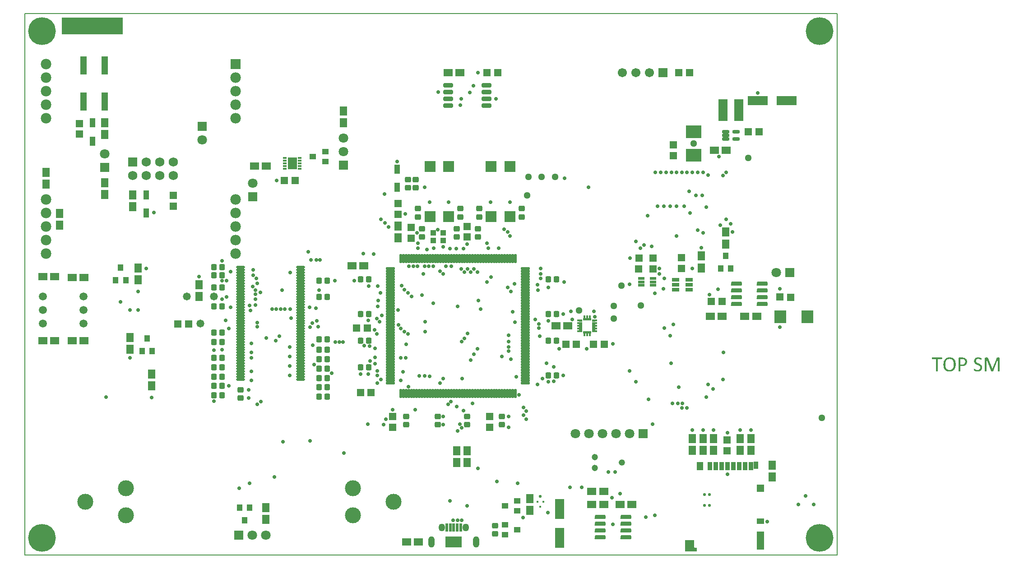
<source format=gts>
G04*
G04 #@! TF.GenerationSoftware,Altium Limited,Altium Designer,19.0.15 (446)*
G04*
G04 Layer_Color=12948958*
%FSLAX23Y23*%
%MOIN*%
G70*
G01*
G75*
%ADD15C,0.005*%
%ADD53R,0.058X0.030*%
%ADD54R,0.146X0.071*%
%ADD55R,0.071X0.146*%
%ADD56R,0.058X0.068*%
%ADD57R,0.068X0.058*%
%ADD58R,0.058X0.055*%
%ADD59R,0.043X0.039*%
G04:AMPARAMS|DCode=60|XSize=45mil|YSize=43mil|CornerRadius=8mil|HoleSize=0mil|Usage=FLASHONLY|Rotation=180.000|XOffset=0mil|YOffset=0mil|HoleType=Round|Shape=RoundedRectangle|*
%AMROUNDEDRECTD60*
21,1,0.045,0.027,0,0,180.0*
21,1,0.029,0.043,0,0,180.0*
1,1,0.016,-0.014,0.014*
1,1,0.016,0.014,0.014*
1,1,0.016,0.014,-0.014*
1,1,0.016,-0.014,-0.014*
%
%ADD60ROUNDEDRECTD60*%
%ADD61R,0.039X0.071*%
%ADD62R,0.079X0.079*%
G04:AMPARAMS|DCode=63|XSize=67mil|YSize=19mil|CornerRadius=5mil|HoleSize=0mil|Usage=FLASHONLY|Rotation=270.000|XOffset=0mil|YOffset=0mil|HoleType=Round|Shape=RoundedRectangle|*
%AMROUNDEDRECTD63*
21,1,0.067,0.008,0,0,270.0*
21,1,0.056,0.019,0,0,270.0*
1,1,0.011,-0.004,-0.028*
1,1,0.011,-0.004,0.028*
1,1,0.011,0.004,0.028*
1,1,0.011,0.004,-0.028*
%
%ADD63ROUNDEDRECTD63*%
G04:AMPARAMS|DCode=64|XSize=67mil|YSize=19mil|CornerRadius=5mil|HoleSize=0mil|Usage=FLASHONLY|Rotation=0.000|XOffset=0mil|YOffset=0mil|HoleType=Round|Shape=RoundedRectangle|*
%AMROUNDEDRECTD64*
21,1,0.067,0.008,0,0,0.0*
21,1,0.056,0.019,0,0,0.0*
1,1,0.011,0.028,-0.004*
1,1,0.011,-0.028,-0.004*
1,1,0.011,-0.028,0.004*
1,1,0.011,0.028,0.004*
%
%ADD64ROUNDEDRECTD64*%
G04:AMPARAMS|DCode=65|XSize=45mil|YSize=43mil|CornerRadius=8mil|HoleSize=0mil|Usage=FLASHONLY|Rotation=90.000|XOffset=0mil|YOffset=0mil|HoleType=Round|Shape=RoundedRectangle|*
%AMROUNDEDRECTD65*
21,1,0.045,0.027,0,0,90.0*
21,1,0.029,0.043,0,0,90.0*
1,1,0.016,0.014,0.014*
1,1,0.016,0.014,-0.014*
1,1,0.016,-0.014,-0.014*
1,1,0.016,-0.014,0.014*
%
%ADD65ROUNDEDRECTD65*%
%ADD66R,0.035X0.014*%
%ADD67R,0.014X0.035*%
%ADD68R,0.055X0.058*%
G04:AMPARAMS|DCode=69|XSize=65mil|YSize=19mil|CornerRadius=5mil|HoleSize=0mil|Usage=FLASHONLY|Rotation=0.000|XOffset=0mil|YOffset=0mil|HoleType=Round|Shape=RoundedRectangle|*
%AMROUNDEDRECTD69*
21,1,0.065,0.008,0,0,0.0*
21,1,0.054,0.019,0,0,0.0*
1,1,0.011,0.027,-0.004*
1,1,0.011,-0.027,-0.004*
1,1,0.011,-0.027,0.004*
1,1,0.011,0.027,0.004*
%
%ADD69ROUNDEDRECTD69*%
%ADD70R,0.122X0.083*%
%ADD71R,0.024X0.061*%
%ADD72R,0.045X0.043*%
%ADD73R,0.045X0.043*%
G04:AMPARAMS|DCode=74|XSize=83mil|YSize=30mil|CornerRadius=7mil|HoleSize=0mil|Usage=FLASHONLY|Rotation=180.000|XOffset=0mil|YOffset=0mil|HoleType=Round|Shape=RoundedRectangle|*
%AMROUNDEDRECTD74*
21,1,0.083,0.017,0,0,180.0*
21,1,0.070,0.030,0,0,180.0*
1,1,0.014,-0.035,0.008*
1,1,0.014,0.035,0.008*
1,1,0.014,0.035,-0.008*
1,1,0.014,-0.035,-0.008*
%
%ADD74ROUNDEDRECTD74*%
%ADD75R,0.043X0.045*%
%ADD76R,0.043X0.045*%
%ADD77R,0.059X0.075*%
%ADD78R,0.047X0.063*%
%ADD79R,0.036X0.063*%
%ADD80R,0.055X0.134*%
%ADD81R,0.055X0.055*%
%ADD82R,0.055X0.039*%
%ADD83R,0.036X0.055*%
%ADD84R,0.045X0.024*%
%ADD85R,0.088X0.098*%
G04:AMPARAMS|DCode=86|XSize=55mil|YSize=24mil|CornerRadius=8mil|HoleSize=0mil|Usage=FLASHONLY|Rotation=0.000|XOffset=0mil|YOffset=0mil|HoleType=Round|Shape=RoundedRectangle|*
%AMROUNDEDRECTD86*
21,1,0.055,0.008,0,0,0.0*
21,1,0.039,0.024,0,0,0.0*
1,1,0.016,0.019,-0.004*
1,1,0.016,-0.019,-0.004*
1,1,0.016,-0.019,0.004*
1,1,0.016,0.019,0.004*
%
%ADD86ROUNDEDRECTD86*%
%ADD87R,0.065X0.161*%
%ADD88R,0.116X0.093*%
G04:AMPARAMS|DCode=89|XSize=71mil|YSize=31mil|CornerRadius=7mil|HoleSize=0mil|Usage=FLASHONLY|Rotation=0.000|XOffset=0mil|YOffset=0mil|HoleType=Round|Shape=RoundedRectangle|*
%AMROUNDEDRECTD89*
21,1,0.071,0.017,0,0,0.0*
21,1,0.058,0.031,0,0,0.0*
1,1,0.014,0.029,-0.009*
1,1,0.014,-0.029,-0.009*
1,1,0.014,-0.029,0.009*
1,1,0.014,0.029,0.009*
%
%ADD89ROUNDEDRECTD89*%
%ADD90R,0.030X0.017*%
%ADD91R,0.071X0.087*%
%ADD92R,0.047X0.134*%
%ADD93C,0.051*%
%ADD94R,0.071X0.071*%
%ADD95C,0.071*%
%ADD96C,0.047*%
%ADD97O,0.047X0.047*%
%ADD98C,0.059*%
%ADD99C,0.058*%
%ADD100C,0.118*%
%ADD101C,0.015*%
%ADD102C,0.023*%
%ADD103O,0.047X0.083*%
%ADD104O,0.049X0.057*%
%ADD105R,0.067X0.067*%
%ADD106C,0.067*%
%ADD107R,0.071X0.071*%
%ADD108C,0.078*%
%ADD109R,0.078X0.078*%
%ADD110C,0.205*%
%ADD111C,0.068*%
%ADD112R,0.068X0.068*%
%ADD113C,0.028*%
G36*
X725Y3846D02*
X274D01*
Y3971D01*
X725D01*
Y3846D01*
D02*
G37*
G36*
X4184Y1733D02*
X4123D01*
Y1751D01*
X4184D01*
Y1733D01*
D02*
G37*
G36*
X4213Y1724D02*
X4191D01*
Y1742D01*
X4213D01*
Y1724D01*
D02*
G37*
G36*
X4116D02*
X4094D01*
Y1742D01*
X4116D01*
Y1724D01*
D02*
G37*
G36*
X4213Y1705D02*
X4191D01*
Y1722D01*
X4213D01*
Y1705D01*
D02*
G37*
G36*
X4116D02*
X4094D01*
Y1722D01*
X4116D01*
Y1705D01*
D02*
G37*
G36*
X4213Y1685D02*
X4191D01*
Y1703D01*
X4213D01*
Y1685D01*
D02*
G37*
G36*
X4116D02*
X4094D01*
Y1703D01*
X4116D01*
Y1685D01*
D02*
G37*
G36*
X4213Y1665D02*
X4191D01*
Y1683D01*
X4213D01*
Y1665D01*
D02*
G37*
G36*
X4116D02*
X4094D01*
Y1683D01*
X4116D01*
Y1665D01*
D02*
G37*
G36*
X4213Y1646D02*
X4191D01*
Y1663D01*
X4213D01*
Y1646D01*
D02*
G37*
G36*
X4116D02*
X4094D01*
Y1663D01*
X4116D01*
Y1646D01*
D02*
G37*
G36*
X4184Y1637D02*
X4123D01*
Y1655D01*
X4184D01*
Y1637D01*
D02*
G37*
G36*
X4945Y61D02*
X4951Y55D01*
X4965D01*
Y28D01*
X4878D01*
Y110D01*
X4945D01*
Y61D01*
D02*
G37*
G36*
X7047Y1461D02*
X7050Y1461D01*
X7050D01*
X7050Y1461D01*
X7051D01*
X7052Y1460D01*
X7054Y1460D01*
X7056Y1459D01*
X7056D01*
X7057Y1459D01*
X7057Y1459D01*
X7058Y1459D01*
X7060Y1458D01*
X7061Y1457D01*
X7062D01*
X7062Y1457D01*
X7063Y1456D01*
X7064Y1456D01*
X7065Y1455D01*
X7065Y1455D01*
X7065Y1455D01*
X7065Y1454D01*
X7065Y1454D01*
X7066Y1454D01*
X7066Y1453D01*
Y1453D01*
X7066Y1452D01*
Y1451D01*
Y1451D01*
X7066Y1451D01*
Y1450D01*
Y1449D01*
Y1449D01*
Y1448D01*
Y1447D01*
X7066Y1446D01*
Y1446D01*
X7066Y1446D01*
X7066Y1444D01*
Y1444D01*
X7066Y1444D01*
X7065Y1443D01*
X7065D01*
X7064Y1443D01*
X7064D01*
X7063Y1443D01*
X7063Y1444D01*
X7061Y1444D01*
X7061Y1444D01*
X7060Y1445D01*
X7059Y1446D01*
X7057Y1446D01*
X7057D01*
X7057Y1447D01*
X7056Y1447D01*
X7055Y1447D01*
X7053Y1448D01*
X7051Y1449D01*
X7051D01*
X7050Y1449D01*
X7049Y1449D01*
X7048Y1450D01*
X7047Y1450D01*
X7046Y1450D01*
X7043Y1450D01*
X7041D01*
X7040Y1450D01*
X7038Y1450D01*
X7035Y1449D01*
X7035D01*
X7035Y1449D01*
X7034Y1449D01*
X7033Y1448D01*
X7032Y1447D01*
X7030Y1446D01*
X7030Y1446D01*
X7029Y1445D01*
X7028Y1443D01*
X7027Y1442D01*
Y1441D01*
X7027Y1441D01*
X7027Y1441D01*
Y1440D01*
X7026Y1438D01*
X7026Y1436D01*
Y1436D01*
Y1435D01*
X7026Y1435D01*
Y1434D01*
X7027Y1431D01*
X7028Y1429D01*
X7028Y1429D01*
X7028Y1428D01*
X7029Y1428D01*
X7029Y1427D01*
X7031Y1425D01*
X7033Y1423D01*
X7033Y1423D01*
X7034Y1423D01*
X7034Y1422D01*
X7035Y1422D01*
X7036Y1421D01*
X7038Y1420D01*
X7041Y1419D01*
X7041D01*
X7041Y1419D01*
X7042Y1418D01*
X7043Y1418D01*
X7044Y1417D01*
X7046Y1417D01*
X7049Y1415D01*
X7049D01*
X7050Y1415D01*
X7051Y1414D01*
X7052Y1414D01*
X7053Y1413D01*
X7054Y1412D01*
X7057Y1411D01*
X7058Y1410D01*
X7058Y1410D01*
X7059Y1410D01*
X7060Y1409D01*
X7062Y1407D01*
X7065Y1405D01*
X7065Y1405D01*
X7065Y1404D01*
X7066Y1404D01*
X7067Y1403D01*
X7068Y1402D01*
X7069Y1400D01*
X7070Y1397D01*
X7070Y1397D01*
X7071Y1397D01*
X7071Y1396D01*
X7071Y1394D01*
X7072Y1393D01*
X7072Y1391D01*
X7072Y1389D01*
Y1387D01*
Y1386D01*
Y1385D01*
X7072Y1384D01*
X7072Y1383D01*
X7072Y1380D01*
X7071Y1378D01*
X7070Y1376D01*
X7070Y1374D01*
X7069Y1374D01*
X7069Y1373D01*
X7068Y1372D01*
X7068Y1371D01*
X7067Y1369D01*
X7065Y1368D01*
X7064Y1366D01*
X7062Y1364D01*
X7062Y1364D01*
X7061Y1364D01*
X7060Y1363D01*
X7059Y1362D01*
X7057Y1361D01*
X7055Y1360D01*
X7053Y1360D01*
X7051Y1359D01*
X7051D01*
X7050Y1358D01*
X7049Y1358D01*
X7047Y1358D01*
X7045Y1357D01*
X7043Y1357D01*
X7040Y1357D01*
X7036D01*
X7034Y1357D01*
X7033D01*
X7031Y1357D01*
X7028Y1358D01*
X7028D01*
X7027Y1358D01*
X7026Y1358D01*
X7025Y1358D01*
X7023Y1359D01*
X7020Y1360D01*
X7020D01*
X7020Y1360D01*
X7019Y1360D01*
X7018Y1360D01*
X7016Y1361D01*
X7014Y1362D01*
X7014D01*
X7014Y1362D01*
X7013Y1363D01*
X7012Y1364D01*
X7011Y1365D01*
X7011Y1365D01*
X7011Y1365D01*
X7010Y1366D01*
X7010Y1367D01*
Y1367D01*
X7010Y1368D01*
X7010Y1369D01*
Y1371D01*
Y1371D01*
Y1372D01*
Y1373D01*
Y1374D01*
Y1374D01*
X7010Y1374D01*
X7010Y1375D01*
X7010Y1376D01*
Y1376D01*
X7010Y1376D01*
X7011Y1377D01*
X7011D01*
X7011Y1377D01*
X7012Y1377D01*
X7012D01*
X7013Y1377D01*
X7014Y1376D01*
X7015Y1376D01*
X7015D01*
X7015Y1375D01*
X7016Y1375D01*
X7018Y1374D01*
X7020Y1373D01*
X7020D01*
X7021Y1372D01*
X7021Y1372D01*
X7022Y1372D01*
X7023Y1371D01*
X7025Y1371D01*
X7028Y1370D01*
X7028D01*
X7029Y1370D01*
X7030Y1369D01*
X7031Y1369D01*
X7032Y1369D01*
X7034Y1369D01*
X7036Y1368D01*
X7040D01*
X7041Y1369D01*
X7043Y1369D01*
X7046Y1370D01*
X7046D01*
X7047Y1370D01*
X7047Y1370D01*
X7048Y1370D01*
X7050Y1371D01*
X7052Y1373D01*
X7053Y1373D01*
X7053Y1373D01*
X7054Y1374D01*
X7055Y1376D01*
X7057Y1378D01*
Y1378D01*
X7057Y1379D01*
X7057Y1379D01*
X7057Y1380D01*
X7058Y1381D01*
X7058Y1383D01*
X7058Y1385D01*
Y1385D01*
Y1386D01*
X7058Y1387D01*
Y1388D01*
X7057Y1390D01*
X7057Y1391D01*
X7056Y1393D01*
Y1393D01*
X7056Y1393D01*
X7055Y1394D01*
X7055Y1395D01*
X7053Y1396D01*
X7051Y1398D01*
X7051Y1398D01*
X7050Y1398D01*
X7049Y1399D01*
X7049Y1399D01*
X7048Y1400D01*
X7046Y1401D01*
X7043Y1402D01*
X7043Y1402D01*
X7043Y1403D01*
X7042Y1403D01*
X7041Y1403D01*
X7039Y1404D01*
X7038Y1405D01*
X7035Y1406D01*
X7035Y1406D01*
X7034Y1407D01*
X7033Y1407D01*
X7032Y1407D01*
X7031Y1408D01*
X7030Y1409D01*
X7027Y1411D01*
X7026Y1411D01*
X7026Y1411D01*
X7025Y1411D01*
X7024Y1412D01*
X7022Y1414D01*
X7019Y1416D01*
X7019Y1417D01*
X7019Y1417D01*
X7018Y1418D01*
X7017Y1419D01*
X7017Y1420D01*
X7016Y1421D01*
X7014Y1424D01*
Y1424D01*
X7014Y1425D01*
X7014Y1426D01*
X7013Y1427D01*
X7013Y1429D01*
X7012Y1430D01*
X7012Y1433D01*
X7012Y1435D01*
Y1435D01*
Y1436D01*
X7012Y1437D01*
X7012Y1439D01*
X7013Y1440D01*
X7013Y1442D01*
X7014Y1444D01*
X7014Y1446D01*
X7014Y1446D01*
X7015Y1447D01*
X7015Y1448D01*
X7016Y1449D01*
X7017Y1450D01*
X7018Y1452D01*
X7021Y1454D01*
X7021Y1455D01*
X7021Y1455D01*
X7022Y1456D01*
X7023Y1456D01*
X7025Y1457D01*
X7027Y1458D01*
X7029Y1459D01*
X7031Y1460D01*
X7031D01*
X7032Y1460D01*
X7033Y1460D01*
X7034Y1461D01*
X7036Y1461D01*
X7038Y1461D01*
X7041Y1462D01*
X7045D01*
X7047Y1461D01*
D02*
G37*
G36*
X7198Y1460D02*
X7199Y1460D01*
X7199D01*
X7199Y1459D01*
X7200Y1459D01*
X7201Y1458D01*
X7201Y1458D01*
X7201Y1458D01*
X7201Y1457D01*
X7202Y1457D01*
X7202Y1456D01*
X7202Y1456D01*
X7202Y1455D01*
Y1454D01*
Y1360D01*
Y1360D01*
X7202Y1359D01*
X7202Y1359D01*
X7201Y1359D01*
X7201Y1358D01*
X7201D01*
X7200Y1358D01*
X7200D01*
X7199Y1358D01*
X7198D01*
X7198Y1358D01*
X7197Y1358D01*
X7194D01*
X7193Y1358D01*
X7192Y1358D01*
X7192D01*
X7191Y1358D01*
X7191D01*
X7190Y1358D01*
X7190D01*
X7190Y1359D01*
X7189Y1359D01*
Y1359D01*
Y1359D01*
X7189Y1360D01*
Y1449D01*
X7189D01*
X7153Y1360D01*
X7152Y1359D01*
X7152Y1359D01*
X7151Y1359D01*
X7151Y1358D01*
X7151Y1358D01*
X7150D01*
X7150Y1358D01*
X7149D01*
X7149Y1358D01*
X7148D01*
X7147Y1358D01*
X7144D01*
X7143Y1358D01*
X7143D01*
X7142Y1358D01*
X7141Y1358D01*
X7141D01*
X7141Y1358D01*
X7140Y1359D01*
Y1359D01*
X7140Y1359D01*
X7139Y1360D01*
X7105Y1449D01*
Y1360D01*
Y1360D01*
X7105Y1359D01*
X7104Y1359D01*
X7104Y1359D01*
X7103Y1358D01*
X7103D01*
X7103Y1358D01*
X7102D01*
X7101Y1358D01*
X7101D01*
X7100Y1358D01*
X7099Y1358D01*
X7097D01*
X7096Y1358D01*
X7095Y1358D01*
X7095D01*
X7094Y1358D01*
X7093D01*
X7093Y1358D01*
X7093D01*
X7092Y1359D01*
X7092Y1359D01*
Y1359D01*
Y1359D01*
X7092Y1360D01*
Y1454D01*
Y1454D01*
Y1454D01*
X7092Y1455D01*
Y1456D01*
X7092Y1457D01*
X7093Y1459D01*
X7094Y1459D01*
X7094Y1459D01*
X7096Y1460D01*
X7097Y1460D01*
X7107D01*
X7108Y1460D01*
X7110Y1460D01*
X7110D01*
X7110Y1459D01*
X7111Y1459D01*
X7112Y1459D01*
X7113Y1458D01*
X7113Y1458D01*
X7114Y1457D01*
X7115Y1456D01*
X7116Y1455D01*
X7116Y1455D01*
X7116Y1454D01*
X7117Y1453D01*
X7117Y1452D01*
X7147Y1378D01*
X7147D01*
X7177Y1452D01*
Y1452D01*
X7177Y1452D01*
X7178Y1453D01*
X7178Y1454D01*
X7179Y1456D01*
X7179Y1456D01*
X7180Y1456D01*
X7181Y1457D01*
X7181Y1458D01*
X7182Y1458D01*
X7182Y1459D01*
X7183Y1459D01*
X7184Y1460D01*
X7184Y1460D01*
X7185Y1460D01*
X7186Y1460D01*
X7197D01*
X7198Y1460D01*
D02*
G37*
G36*
X6929D02*
X6931Y1460D01*
X6932D01*
X6932Y1460D01*
X6933Y1459D01*
X6934Y1459D01*
X6935Y1459D01*
X6938Y1458D01*
X6938D01*
X6939Y1458D01*
X6940Y1458D01*
X6941Y1458D01*
X6942Y1457D01*
X6944Y1457D01*
X6947Y1455D01*
X6947Y1455D01*
X6947Y1455D01*
X6948Y1454D01*
X6949Y1454D01*
X6952Y1452D01*
X6954Y1449D01*
X6954Y1449D01*
X6955Y1448D01*
X6955Y1448D01*
X6956Y1447D01*
X6957Y1445D01*
X6957Y1444D01*
X6959Y1441D01*
Y1440D01*
X6959Y1440D01*
X6959Y1439D01*
X6960Y1438D01*
X6960Y1436D01*
X6960Y1434D01*
X6960Y1430D01*
Y1430D01*
Y1429D01*
X6960Y1428D01*
X6960Y1426D01*
X6960Y1423D01*
X6959Y1421D01*
X6959Y1419D01*
X6958Y1416D01*
X6958Y1416D01*
X6957Y1415D01*
X6957Y1414D01*
X6956Y1413D01*
X6955Y1411D01*
X6954Y1409D01*
X6952Y1407D01*
X6951Y1406D01*
X6950Y1406D01*
X6950Y1405D01*
X6949Y1404D01*
X6947Y1403D01*
X6946Y1402D01*
X6944Y1401D01*
X6941Y1400D01*
X6939Y1399D01*
X6938D01*
X6938Y1399D01*
X6936Y1398D01*
X6934Y1398D01*
X6932Y1398D01*
X6929Y1397D01*
X6926Y1397D01*
X6923Y1397D01*
X6911D01*
Y1360D01*
Y1360D01*
X6911Y1359D01*
X6910Y1359D01*
X6910Y1359D01*
X6910Y1358D01*
X6909D01*
X6909Y1358D01*
X6908D01*
X6908Y1358D01*
X6907D01*
X6907Y1358D01*
X6906Y1358D01*
X6903D01*
X6902Y1358D01*
X6901Y1358D01*
X6901D01*
X6900Y1358D01*
X6899Y1358D01*
X6899D01*
X6899Y1359D01*
X6898Y1359D01*
Y1359D01*
Y1359D01*
X6898Y1360D01*
Y1454D01*
Y1454D01*
Y1455D01*
X6898Y1456D01*
X6898Y1457D01*
X6899Y1459D01*
X6900Y1459D01*
X6900Y1459D01*
X6902Y1460D01*
X6903Y1460D01*
X6927D01*
X6929Y1460D01*
D02*
G37*
G36*
X6775Y1460D02*
X6775D01*
X6775Y1460D01*
X6775Y1459D01*
Y1458D01*
X6776Y1458D01*
X6776Y1458D01*
X6776Y1457D01*
Y1457D01*
X6776Y1456D01*
Y1455D01*
Y1454D01*
Y1454D01*
Y1453D01*
Y1452D01*
X6776Y1452D01*
Y1451D01*
X6776Y1451D01*
X6775Y1450D01*
X6775Y1449D01*
X6775Y1449D01*
X6774D01*
X6773Y1449D01*
X6745D01*
Y1360D01*
Y1360D01*
X6744Y1359D01*
X6744Y1359D01*
X6744Y1359D01*
X6743Y1358D01*
X6743D01*
X6743Y1358D01*
X6742D01*
X6741Y1358D01*
X6741D01*
X6740Y1358D01*
X6739Y1358D01*
X6737D01*
X6736Y1358D01*
X6735Y1358D01*
X6735D01*
X6734Y1358D01*
X6733Y1358D01*
X6732D01*
X6732Y1359D01*
X6732Y1359D01*
Y1359D01*
Y1359D01*
X6731Y1360D01*
Y1449D01*
X6702D01*
X6701Y1449D01*
X6701Y1449D01*
X6701Y1450D01*
Y1450D01*
X6700Y1450D01*
Y1451D01*
X6700Y1452D01*
Y1452D01*
Y1452D01*
X6700Y1453D01*
Y1454D01*
Y1454D01*
Y1455D01*
Y1456D01*
X6700Y1457D01*
Y1457D01*
X6700Y1458D01*
X6701Y1459D01*
Y1459D01*
X6701Y1459D01*
X6701Y1460D01*
X6702D01*
X6702Y1460D01*
X6703Y1460D01*
X6774D01*
X6775Y1460D01*
D02*
G37*
G36*
X6836Y1461D02*
X6838Y1461D01*
X6842Y1461D01*
X6845Y1460D01*
X6848Y1459D01*
X6851Y1458D01*
X6852D01*
X6852Y1458D01*
X6853Y1458D01*
X6854Y1457D01*
X6856Y1456D01*
X6859Y1454D01*
X6861Y1452D01*
X6863Y1450D01*
X6865Y1448D01*
X6865Y1448D01*
X6866Y1447D01*
X6867Y1446D01*
X6868Y1444D01*
X6870Y1441D01*
X6871Y1439D01*
X6873Y1436D01*
X6874Y1432D01*
Y1432D01*
X6874Y1432D01*
Y1431D01*
X6874Y1430D01*
X6874Y1430D01*
X6875Y1428D01*
X6875Y1426D01*
X6875Y1423D01*
X6876Y1419D01*
X6876Y1415D01*
X6876Y1410D01*
Y1410D01*
Y1410D01*
Y1409D01*
Y1408D01*
Y1407D01*
X6876Y1406D01*
X6876Y1403D01*
X6876Y1399D01*
X6875Y1396D01*
X6874Y1392D01*
X6873Y1388D01*
Y1388D01*
X6873Y1388D01*
X6873Y1387D01*
X6873Y1386D01*
X6872Y1385D01*
X6871Y1382D01*
X6870Y1380D01*
X6869Y1377D01*
X6867Y1374D01*
X6865Y1371D01*
X6865Y1371D01*
X6864Y1370D01*
X6862Y1369D01*
X6861Y1367D01*
X6859Y1366D01*
X6856Y1364D01*
X6853Y1362D01*
X6850Y1360D01*
X6850D01*
X6850Y1360D01*
X6849Y1360D01*
X6849Y1360D01*
X6847Y1359D01*
X6844Y1359D01*
X6841Y1358D01*
X6838Y1357D01*
X6834Y1357D01*
X6830Y1357D01*
X6828D01*
X6827Y1357D01*
X6826D01*
X6823Y1357D01*
X6820Y1358D01*
X6816Y1358D01*
X6813Y1359D01*
X6810Y1360D01*
X6810Y1360D01*
X6808Y1361D01*
X6807Y1362D01*
X6805Y1363D01*
X6803Y1364D01*
X6801Y1366D01*
X6798Y1368D01*
X6796Y1370D01*
X6796Y1370D01*
X6795Y1371D01*
X6794Y1373D01*
X6793Y1375D01*
X6792Y1377D01*
X6790Y1380D01*
X6789Y1383D01*
X6788Y1386D01*
Y1387D01*
X6788Y1387D01*
Y1387D01*
X6787Y1388D01*
X6787Y1389D01*
X6787Y1390D01*
X6787Y1393D01*
X6786Y1396D01*
X6786Y1400D01*
X6785Y1404D01*
X6785Y1409D01*
Y1409D01*
Y1409D01*
Y1410D01*
Y1411D01*
Y1412D01*
X6785Y1413D01*
X6786Y1416D01*
X6786Y1419D01*
X6786Y1423D01*
X6787Y1427D01*
X6788Y1430D01*
Y1431D01*
X6788Y1431D01*
X6788Y1431D01*
X6789Y1432D01*
X6789Y1434D01*
X6790Y1436D01*
X6791Y1439D01*
X6793Y1442D01*
X6795Y1444D01*
X6797Y1447D01*
X6797Y1447D01*
X6798Y1448D01*
X6799Y1449D01*
X6801Y1451D01*
X6803Y1453D01*
X6805Y1454D01*
X6808Y1456D01*
X6811Y1458D01*
X6812D01*
X6812Y1458D01*
X6812Y1458D01*
X6813Y1458D01*
X6815Y1459D01*
X6817Y1460D01*
X6820Y1460D01*
X6824Y1461D01*
X6828Y1461D01*
X6832Y1462D01*
X6834D01*
X6836Y1461D01*
D02*
G37*
%LPC*%
G36*
X6924Y1449D02*
X6911D01*
Y1408D01*
X6926D01*
X6927Y1408D01*
X6929Y1408D01*
X6930Y1409D01*
X6932Y1409D01*
X6934Y1409D01*
X6934D01*
X6934Y1410D01*
X6935Y1410D01*
X6936Y1411D01*
X6938Y1412D01*
X6940Y1414D01*
X6941Y1414D01*
X6941Y1414D01*
X6941Y1415D01*
X6942Y1416D01*
X6943Y1418D01*
X6945Y1421D01*
Y1421D01*
X6945Y1421D01*
X6945Y1422D01*
X6945Y1423D01*
X6946Y1424D01*
X6946Y1426D01*
X6946Y1429D01*
Y1430D01*
Y1430D01*
X6946Y1431D01*
X6946Y1433D01*
X6946Y1434D01*
X6945Y1436D01*
X6945Y1438D01*
X6944Y1440D01*
X6944Y1440D01*
X6943Y1440D01*
X6943Y1441D01*
X6942Y1442D01*
X6940Y1444D01*
X6939Y1445D01*
X6938Y1446D01*
X6938Y1446D01*
X6937Y1446D01*
X6937Y1446D01*
X6936Y1447D01*
X6934Y1448D01*
X6931Y1448D01*
X6931D01*
X6930Y1448D01*
X6930D01*
X6929Y1449D01*
X6926Y1449D01*
X6924Y1449D01*
D02*
G37*
G36*
X6831Y1450D02*
X6830D01*
X6828Y1450D01*
X6826Y1450D01*
X6824Y1449D01*
X6821Y1448D01*
X6819Y1448D01*
X6816Y1446D01*
X6816Y1446D01*
X6815Y1446D01*
X6814Y1445D01*
X6813Y1444D01*
X6811Y1443D01*
X6810Y1441D01*
X6808Y1440D01*
X6806Y1438D01*
X6806Y1438D01*
X6806Y1437D01*
X6805Y1436D01*
X6804Y1434D01*
X6803Y1432D01*
X6803Y1430D01*
X6802Y1428D01*
X6801Y1425D01*
Y1424D01*
X6801Y1423D01*
X6801Y1422D01*
X6800Y1420D01*
X6800Y1418D01*
X6800Y1415D01*
X6800Y1412D01*
Y1409D01*
Y1409D01*
Y1409D01*
Y1408D01*
Y1406D01*
X6800Y1404D01*
X6800Y1401D01*
X6800Y1399D01*
X6801Y1393D01*
Y1393D01*
X6801Y1392D01*
X6802Y1390D01*
X6802Y1389D01*
X6803Y1387D01*
X6804Y1384D01*
X6805Y1382D01*
X6806Y1380D01*
X6806Y1380D01*
X6807Y1379D01*
X6807Y1378D01*
X6809Y1377D01*
X6810Y1375D01*
X6812Y1374D01*
X6814Y1373D01*
X6816Y1371D01*
X6816Y1371D01*
X6817Y1371D01*
X6818Y1370D01*
X6820Y1370D01*
X6822Y1369D01*
X6824Y1369D01*
X6827Y1369D01*
X6830Y1368D01*
X6832D01*
X6834Y1369D01*
X6836Y1369D01*
X6838Y1369D01*
X6840Y1370D01*
X6843Y1371D01*
X6845Y1372D01*
X6846Y1372D01*
X6846Y1372D01*
X6847Y1373D01*
X6849Y1374D01*
X6850Y1375D01*
X6852Y1377D01*
X6854Y1378D01*
X6855Y1380D01*
X6855Y1381D01*
X6856Y1382D01*
X6856Y1383D01*
X6857Y1384D01*
X6858Y1386D01*
X6859Y1388D01*
X6860Y1391D01*
X6860Y1394D01*
Y1394D01*
X6861Y1395D01*
X6861Y1396D01*
X6861Y1398D01*
X6861Y1401D01*
X6862Y1403D01*
X6862Y1406D01*
Y1409D01*
Y1409D01*
Y1410D01*
Y1411D01*
Y1412D01*
X6862Y1415D01*
X6862Y1417D01*
X6861Y1420D01*
X6860Y1425D01*
Y1426D01*
X6860Y1427D01*
X6860Y1428D01*
X6859Y1430D01*
X6859Y1432D01*
X6858Y1434D01*
X6857Y1436D01*
X6855Y1438D01*
X6855Y1438D01*
X6855Y1439D01*
X6854Y1440D01*
X6853Y1441D01*
X6851Y1443D01*
X6850Y1444D01*
X6848Y1446D01*
X6846Y1447D01*
X6846Y1447D01*
X6845Y1447D01*
X6843Y1448D01*
X6842Y1448D01*
X6840Y1449D01*
X6837Y1449D01*
X6834Y1450D01*
X6831Y1450D01*
D02*
G37*
%LPD*%
D15*
X0Y0D02*
Y4000D01*
X6000D01*
Y0D02*
Y4000D01*
X0Y0D02*
X6000D01*
D53*
X4807Y2035D02*
D03*
Y1998D02*
D03*
Y1961D02*
D03*
X4909D02*
D03*
Y1998D02*
D03*
Y2035D02*
D03*
D54*
X5628Y3356D02*
D03*
X5415D02*
D03*
D55*
X3951Y128D02*
D03*
Y341D02*
D03*
D56*
X157Y2742D02*
D03*
Y2829D02*
D03*
X256Y2524D02*
D03*
Y2437D02*
D03*
X5089Y773D02*
D03*
Y861D02*
D03*
X5012Y773D02*
D03*
Y861D02*
D03*
X5285Y773D02*
D03*
Y861D02*
D03*
X5364Y773D02*
D03*
Y861D02*
D03*
X4931Y773D02*
D03*
Y861D02*
D03*
X3269Y685D02*
D03*
Y772D02*
D03*
X3190D02*
D03*
Y685D02*
D03*
X2756Y2431D02*
D03*
Y2343D02*
D03*
X3730Y330D02*
D03*
Y418D02*
D03*
X1781Y352D02*
D03*
Y265D02*
D03*
X5522Y664D02*
D03*
Y576D02*
D03*
X4998Y2122D02*
D03*
Y2210D02*
D03*
X5177Y2299D02*
D03*
Y2386D02*
D03*
X778Y1609D02*
D03*
Y1521D02*
D03*
X837Y2121D02*
D03*
Y2033D02*
D03*
X1289Y1911D02*
D03*
Y1999D02*
D03*
X2354Y3282D02*
D03*
Y3194D02*
D03*
X591Y3106D02*
D03*
Y3193D02*
D03*
Y2663D02*
D03*
Y2750D02*
D03*
X799Y2574D02*
D03*
Y2662D02*
D03*
X937Y1251D02*
D03*
Y1339D02*
D03*
D57*
X3126Y3563D02*
D03*
X3213D02*
D03*
X4012Y1693D02*
D03*
X3925D02*
D03*
X2417Y2136D02*
D03*
X2504D02*
D03*
X2820Y98D02*
D03*
X2908D02*
D03*
X4189Y472D02*
D03*
X4276D02*
D03*
X4189Y374D02*
D03*
X4276D02*
D03*
X4396D02*
D03*
X4484D02*
D03*
X5063Y1764D02*
D03*
X5151D02*
D03*
X5318D02*
D03*
X5406D02*
D03*
X350Y1585D02*
D03*
X437D02*
D03*
X133Y1585D02*
D03*
X221D02*
D03*
X133Y2057D02*
D03*
X221D02*
D03*
X350Y2051D02*
D03*
X437D02*
D03*
X5094Y2992D02*
D03*
X5182D02*
D03*
X1784Y2874D02*
D03*
X1696D02*
D03*
D58*
X2756Y2599D02*
D03*
X2756Y2519D02*
D03*
X3268Y2350D02*
D03*
X3268Y2429D02*
D03*
X2854Y2422D02*
D03*
X2854Y2342D02*
D03*
X3435Y945D02*
D03*
X3435Y1024D02*
D03*
X2717Y1024D02*
D03*
X2716Y945D02*
D03*
X5189Y851D02*
D03*
X5189Y771D02*
D03*
X4852Y2199D02*
D03*
X4852Y2119D02*
D03*
X4642Y2114D02*
D03*
X4642Y2193D02*
D03*
X4536Y2193D02*
D03*
X4535Y2114D02*
D03*
X4791Y3032D02*
D03*
X4791Y2952D02*
D03*
X403Y3110D02*
D03*
X404Y3189D02*
D03*
X1098Y2578D02*
D03*
X1098Y2658D02*
D03*
D59*
X3019Y2324D02*
D03*
Y2381D02*
D03*
X3092Y2324D02*
D03*
Y2381D02*
D03*
D60*
X3346Y2352D02*
D03*
Y2412D02*
D03*
X3191Y2351D02*
D03*
Y2411D02*
D03*
X2933Y2352D02*
D03*
Y2412D02*
D03*
X2830Y2714D02*
D03*
Y2774D02*
D03*
X2889Y2714D02*
D03*
Y2774D02*
D03*
X2904Y2499D02*
D03*
Y2560D02*
D03*
X3219Y2499D02*
D03*
Y2560D02*
D03*
X3356Y2499D02*
D03*
Y2560D02*
D03*
X3671Y2499D02*
D03*
Y2560D02*
D03*
X3524Y1024D02*
D03*
Y964D02*
D03*
X3268Y1024D02*
D03*
Y964D02*
D03*
X3051Y1024D02*
D03*
Y964D02*
D03*
X2816Y1024D02*
D03*
Y964D02*
D03*
X1595Y1221D02*
D03*
Y1161D02*
D03*
X3474Y157D02*
D03*
Y217D02*
D03*
D61*
X2752Y2717D02*
D03*
Y2850D02*
D03*
X502Y3059D02*
D03*
Y3193D02*
D03*
X898Y2661D02*
D03*
Y2528D02*
D03*
D62*
X3583Y2872D02*
D03*
Y2502D02*
D03*
X3445Y2872D02*
D03*
Y2502D02*
D03*
X3131Y2870D02*
D03*
Y2500D02*
D03*
X2993Y2870D02*
D03*
Y2500D02*
D03*
D63*
X3623Y1194D02*
D03*
X3604D02*
D03*
X3584D02*
D03*
X3564D02*
D03*
X3544D02*
D03*
X3525D02*
D03*
X3505D02*
D03*
X3485D02*
D03*
X3466D02*
D03*
X3446D02*
D03*
X3426D02*
D03*
X3407D02*
D03*
X3387D02*
D03*
X3367D02*
D03*
X3348D02*
D03*
X3328D02*
D03*
X3308D02*
D03*
X3289D02*
D03*
X3269D02*
D03*
X3249D02*
D03*
X3230D02*
D03*
X3210D02*
D03*
X3190D02*
D03*
X3170D02*
D03*
X3151D02*
D03*
X3131D02*
D03*
X3111D02*
D03*
X3092D02*
D03*
X3072D02*
D03*
X3052D02*
D03*
X3033D02*
D03*
X3013D02*
D03*
X2993D02*
D03*
X2974D02*
D03*
X2954D02*
D03*
X2934D02*
D03*
X2915D02*
D03*
X2895D02*
D03*
X2875D02*
D03*
X2856D02*
D03*
X2836D02*
D03*
X2816D02*
D03*
X2796D02*
D03*
X2777D02*
D03*
Y2192D02*
D03*
X2796D02*
D03*
X2816D02*
D03*
X2836D02*
D03*
X2856D02*
D03*
X2875D02*
D03*
X2895D02*
D03*
X2915D02*
D03*
X2934D02*
D03*
X2954D02*
D03*
X2974D02*
D03*
X2993D02*
D03*
X3013D02*
D03*
X3033D02*
D03*
X3052D02*
D03*
X3072D02*
D03*
X3092D02*
D03*
X3111D02*
D03*
X3131D02*
D03*
X3151D02*
D03*
X3170D02*
D03*
X3190D02*
D03*
X3210D02*
D03*
X3230D02*
D03*
X3249D02*
D03*
X3269D02*
D03*
X3289D02*
D03*
X3308D02*
D03*
X3328D02*
D03*
X3348D02*
D03*
X3367D02*
D03*
X3387D02*
D03*
X3407D02*
D03*
X3426D02*
D03*
X3446D02*
D03*
X3466D02*
D03*
X3485D02*
D03*
X3505D02*
D03*
X3525D02*
D03*
X3544D02*
D03*
X3564D02*
D03*
X3584D02*
D03*
X3604D02*
D03*
X3623D02*
D03*
D64*
X3699Y2117D02*
D03*
Y2097D02*
D03*
Y2077D02*
D03*
Y2057D02*
D03*
Y2038D02*
D03*
Y2018D02*
D03*
Y1998D02*
D03*
Y1979D02*
D03*
Y1959D02*
D03*
Y1939D02*
D03*
Y1920D02*
D03*
Y1900D02*
D03*
Y1880D02*
D03*
Y1861D02*
D03*
Y1841D02*
D03*
Y1821D02*
D03*
Y1802D02*
D03*
Y1782D02*
D03*
Y1762D02*
D03*
Y1743D02*
D03*
Y1723D02*
D03*
Y1703D02*
D03*
Y1683D02*
D03*
Y1664D02*
D03*
Y1644D02*
D03*
Y1624D02*
D03*
Y1605D02*
D03*
Y1585D02*
D03*
Y1565D02*
D03*
Y1546D02*
D03*
Y1526D02*
D03*
Y1506D02*
D03*
Y1487D02*
D03*
Y1467D02*
D03*
Y1447D02*
D03*
Y1428D02*
D03*
Y1408D02*
D03*
Y1388D02*
D03*
Y1369D02*
D03*
Y1349D02*
D03*
Y1329D02*
D03*
Y1309D02*
D03*
Y1290D02*
D03*
Y1270D02*
D03*
X2701D02*
D03*
Y1290D02*
D03*
Y1309D02*
D03*
Y1329D02*
D03*
Y1349D02*
D03*
Y1369D02*
D03*
Y1388D02*
D03*
Y1408D02*
D03*
Y1428D02*
D03*
Y1447D02*
D03*
Y1467D02*
D03*
Y1487D02*
D03*
Y1506D02*
D03*
Y1526D02*
D03*
Y1546D02*
D03*
Y1565D02*
D03*
Y1585D02*
D03*
Y1605D02*
D03*
Y1624D02*
D03*
Y1644D02*
D03*
Y1664D02*
D03*
Y1683D02*
D03*
Y1703D02*
D03*
Y1723D02*
D03*
Y1743D02*
D03*
Y1762D02*
D03*
Y1782D02*
D03*
Y1802D02*
D03*
Y1821D02*
D03*
Y1841D02*
D03*
Y1861D02*
D03*
Y1880D02*
D03*
Y1900D02*
D03*
Y1920D02*
D03*
Y1939D02*
D03*
Y1959D02*
D03*
Y1979D02*
D03*
Y1998D02*
D03*
Y2018D02*
D03*
Y2038D02*
D03*
Y2057D02*
D03*
Y2077D02*
D03*
Y2097D02*
D03*
Y2117D02*
D03*
D65*
X3867Y2038D02*
D03*
X3928D02*
D03*
X3867Y1781D02*
D03*
X3928D02*
D03*
X3867Y1585D02*
D03*
X3928D02*
D03*
X3867Y1329D02*
D03*
X3928D02*
D03*
X2540Y1585D02*
D03*
X2480D02*
D03*
X2540Y1388D02*
D03*
X2480D02*
D03*
X2540Y1782D02*
D03*
X2480D02*
D03*
X2540Y2038D02*
D03*
X2480D02*
D03*
X2174Y1171D02*
D03*
X2235D02*
D03*
X2174Y1594D02*
D03*
X2235D02*
D03*
X2174Y1516D02*
D03*
X2235D02*
D03*
X2174Y1447D02*
D03*
X2235D02*
D03*
X2174Y1378D02*
D03*
X2235D02*
D03*
X2174Y1309D02*
D03*
X2235D02*
D03*
X2174Y1240D02*
D03*
X2235D02*
D03*
X2174Y1909D02*
D03*
X2235D02*
D03*
X2174Y2028D02*
D03*
X2235D02*
D03*
X1457Y2126D02*
D03*
X1397D02*
D03*
X1457Y1978D02*
D03*
X1397D02*
D03*
X1457Y1839D02*
D03*
X1397D02*
D03*
X1457Y1644D02*
D03*
X1397D02*
D03*
X1457Y1575D02*
D03*
X1397D02*
D03*
X1457Y1457D02*
D03*
X1397D02*
D03*
X1457Y1388D02*
D03*
X1397D02*
D03*
X1457Y1319D02*
D03*
X1397D02*
D03*
X1457Y1250D02*
D03*
X1397D02*
D03*
X1457Y1181D02*
D03*
X1397D02*
D03*
Y2067D02*
D03*
X1457D02*
D03*
D66*
X4096Y1655D02*
D03*
Y1674D02*
D03*
Y1694D02*
D03*
Y1714D02*
D03*
Y1733D02*
D03*
X4212Y1655D02*
D03*
X4211Y1674D02*
D03*
Y1694D02*
D03*
Y1714D02*
D03*
Y1733D02*
D03*
D67*
X4134Y1634D02*
D03*
X4154D02*
D03*
X4134Y1754D02*
D03*
X4154D02*
D03*
X4173D02*
D03*
Y1634D02*
D03*
D68*
X4282Y1559D02*
D03*
X4202Y1559D02*
D03*
X3996Y1559D02*
D03*
X4075Y1559D02*
D03*
X2480Y1201D02*
D03*
X2559Y1201D02*
D03*
X2530Y1679D02*
D03*
X2450Y1679D02*
D03*
X5071Y1874D02*
D03*
X5150Y1874D02*
D03*
X5658Y1905D02*
D03*
X5579Y1906D02*
D03*
X1132Y1708D02*
D03*
X1211Y1708D02*
D03*
X5424Y3126D02*
D03*
X5344Y3126D02*
D03*
X4910Y3563D02*
D03*
X4830Y3563D02*
D03*
X3494Y3563D02*
D03*
X3415Y3563D02*
D03*
X1996Y2766D02*
D03*
X1917Y2766D02*
D03*
D69*
X1595Y1358D02*
D03*
Y1398D02*
D03*
Y1378D02*
D03*
Y1299D02*
D03*
Y1339D02*
D03*
Y1319D02*
D03*
Y1634D02*
D03*
Y1476D02*
D03*
Y1417D02*
D03*
Y1457D02*
D03*
Y1437D02*
D03*
Y1516D02*
D03*
Y1496D02*
D03*
Y1535D02*
D03*
Y1575D02*
D03*
Y1555D02*
D03*
Y1594D02*
D03*
Y1654D02*
D03*
Y1614D02*
D03*
Y1693D02*
D03*
Y1673D02*
D03*
Y1791D02*
D03*
Y1831D02*
D03*
Y1811D02*
D03*
Y1713D02*
D03*
Y1752D02*
D03*
Y1732D02*
D03*
Y1909D02*
D03*
Y1850D02*
D03*
Y1890D02*
D03*
Y1870D02*
D03*
Y1969D02*
D03*
Y2008D02*
D03*
Y1988D02*
D03*
Y1772D02*
D03*
Y1949D02*
D03*
Y1929D02*
D03*
Y2106D02*
D03*
Y2126D02*
D03*
Y2047D02*
D03*
Y2028D02*
D03*
Y2087D02*
D03*
Y2067D02*
D03*
X2037Y1299D02*
D03*
Y1319D02*
D03*
Y1358D02*
D03*
Y1339D02*
D03*
Y1398D02*
D03*
Y1378D02*
D03*
Y1437D02*
D03*
Y1417D02*
D03*
Y1516D02*
D03*
Y1555D02*
D03*
Y1535D02*
D03*
Y1457D02*
D03*
Y1496D02*
D03*
Y1476D02*
D03*
Y1575D02*
D03*
Y1614D02*
D03*
Y1594D02*
D03*
Y1634D02*
D03*
Y1673D02*
D03*
Y1654D02*
D03*
Y2008D02*
D03*
Y2047D02*
D03*
Y2028D02*
D03*
Y1949D02*
D03*
Y1988D02*
D03*
Y1969D02*
D03*
Y2126D02*
D03*
Y2067D02*
D03*
Y2106D02*
D03*
Y2087D02*
D03*
Y1752D02*
D03*
Y1791D02*
D03*
Y1772D02*
D03*
Y1693D02*
D03*
Y1732D02*
D03*
Y1713D02*
D03*
Y1890D02*
D03*
Y1929D02*
D03*
Y1909D02*
D03*
Y1831D02*
D03*
Y1811D02*
D03*
Y1870D02*
D03*
Y1850D02*
D03*
D70*
X3169Y97D02*
D03*
D71*
X3144Y203D02*
D03*
X3118D02*
D03*
X3195D02*
D03*
X3169D02*
D03*
X3220D02*
D03*
D72*
X3546Y364D02*
D03*
X3639Y327D02*
D03*
X3639Y187D02*
D03*
X3546Y224D02*
D03*
X2128Y2945D02*
D03*
X2221Y2907D02*
D03*
D73*
X3639Y402D02*
D03*
X3546Y150D02*
D03*
X2221Y2982D02*
D03*
D74*
X4250Y281D02*
D03*
Y181D02*
D03*
Y131D02*
D03*
Y231D02*
D03*
X4440Y281D02*
D03*
Y231D02*
D03*
Y131D02*
D03*
Y181D02*
D03*
X5447Y1855D02*
D03*
Y1955D02*
D03*
Y2005D02*
D03*
Y1905D02*
D03*
X5257Y1855D02*
D03*
Y1905D02*
D03*
Y2005D02*
D03*
Y1955D02*
D03*
D75*
X1624Y259D02*
D03*
X1661Y351D02*
D03*
X5177Y2212D02*
D03*
X5140Y2119D02*
D03*
X904Y1601D02*
D03*
X867Y1509D02*
D03*
X709Y2123D02*
D03*
X671Y2031D02*
D03*
D76*
X1587Y351D02*
D03*
X5215Y2119D02*
D03*
X941Y1509D02*
D03*
X746Y2031D02*
D03*
D77*
X4911Y69D02*
D03*
D78*
X4986Y659D02*
D03*
D79*
X5278D02*
D03*
X5061D02*
D03*
X5104D02*
D03*
X5321D02*
D03*
X5234D02*
D03*
X5364D02*
D03*
X5148D02*
D03*
X5191D02*
D03*
D80*
X5435Y108D02*
D03*
D81*
Y494D02*
D03*
D82*
Y250D02*
D03*
D83*
X5402Y663D02*
D03*
D84*
X4640Y2018D02*
D03*
Y1993D02*
D03*
Y2044D02*
D03*
X4553D02*
D03*
Y2018D02*
D03*
Y1993D02*
D03*
D85*
X5581Y1762D02*
D03*
X5781D02*
D03*
D86*
X5254Y3075D02*
D03*
Y3126D02*
D03*
X5179D02*
D03*
Y3100D02*
D03*
Y3075D02*
D03*
D87*
X5275Y3287D02*
D03*
X5158D02*
D03*
D88*
X4941Y3128D02*
D03*
Y2954D02*
D03*
D89*
X3410Y3371D02*
D03*
Y3421D02*
D03*
Y3321D02*
D03*
Y3471D02*
D03*
X3126D02*
D03*
Y3421D02*
D03*
Y3371D02*
D03*
Y3321D02*
D03*
D90*
X1920Y2854D02*
D03*
Y2894D02*
D03*
Y2874D02*
D03*
Y2913D02*
D03*
Y2933D02*
D03*
X2032Y2854D02*
D03*
Y2874D02*
D03*
Y2933D02*
D03*
Y2913D02*
D03*
Y2894D02*
D03*
D91*
X1976D02*
D03*
D92*
X591Y3618D02*
D03*
X433D02*
D03*
X591Y3350D02*
D03*
X433D02*
D03*
D93*
X4409Y1992D02*
D03*
X4551Y1843D02*
D03*
X4094Y1807D02*
D03*
X4350Y1841D02*
D03*
Y1748D02*
D03*
X3917Y2795D02*
D03*
X3819D02*
D03*
X3720D02*
D03*
X3711Y2657D02*
D03*
X4941Y3041D02*
D03*
X5344Y2933D02*
D03*
X5886Y1014D02*
D03*
D94*
X4569Y896D02*
D03*
X1581Y148D02*
D03*
X5650Y2087D02*
D03*
D95*
X4469Y896D02*
D03*
X4369D02*
D03*
X4169D02*
D03*
X4269D02*
D03*
X4069D02*
D03*
X1681Y148D02*
D03*
X1781D02*
D03*
X5550Y2087D02*
D03*
X2354Y2982D02*
D03*
Y3082D02*
D03*
X1683Y2748D02*
D03*
X591Y2964D02*
D03*
X1311Y3069D02*
D03*
D96*
X4212Y724D02*
D03*
Y644D02*
D03*
D97*
X4412Y684D02*
D03*
D98*
X135Y1911D02*
D03*
Y1811D02*
D03*
Y1711D02*
D03*
X435Y1911D02*
D03*
Y1811D02*
D03*
Y1711D02*
D03*
D99*
X1299D02*
D03*
X1399Y1911D02*
D03*
X1199D02*
D03*
D100*
X2723Y395D02*
D03*
X2423Y495D02*
D03*
Y295D02*
D03*
X748Y495D02*
D03*
Y295D02*
D03*
X448Y395D02*
D03*
D101*
X3809Y358D02*
D03*
X3832Y395D02*
D03*
X3786D02*
D03*
D102*
X3809Y433D02*
D03*
X5059Y448D02*
D03*
Y369D02*
D03*
X5020D02*
D03*
Y448D02*
D03*
D103*
X3005Y97D02*
D03*
X3334D02*
D03*
D104*
X3082Y203D02*
D03*
X3257D02*
D03*
D105*
X4715Y3563D02*
D03*
D106*
X4615D02*
D03*
X4515D02*
D03*
X4415D02*
D03*
D107*
X2354Y2882D02*
D03*
X1683Y2648D02*
D03*
X591Y2864D02*
D03*
X1311Y3169D02*
D03*
D108*
X157Y3629D02*
D03*
Y3229D02*
D03*
Y3529D02*
D03*
Y3329D02*
D03*
Y3429D02*
D03*
Y2429D02*
D03*
Y2329D02*
D03*
Y2629D02*
D03*
Y2529D02*
D03*
Y2229D02*
D03*
X1557Y3529D02*
D03*
Y3329D02*
D03*
Y3229D02*
D03*
Y3429D02*
D03*
Y2529D02*
D03*
Y2629D02*
D03*
Y2429D02*
D03*
Y2229D02*
D03*
Y2329D02*
D03*
D109*
Y3629D02*
D03*
D110*
X128Y128D02*
D03*
Y3872D02*
D03*
X5872D02*
D03*
Y128D02*
D03*
D111*
X798Y2804D02*
D03*
X898D02*
D03*
X998D02*
D03*
Y2904D02*
D03*
X898D02*
D03*
X1098Y2804D02*
D03*
Y2904D02*
D03*
D112*
X798D02*
D03*
D113*
X4931Y2119D02*
D03*
X5158Y2804D02*
D03*
X3987Y2785D02*
D03*
X4311Y614D02*
D03*
X3642Y531D02*
D03*
X3573Y1624D02*
D03*
X3620Y1722D02*
D03*
X3770Y1742D02*
D03*
X3348Y640D02*
D03*
X5364Y925D02*
D03*
X5285D02*
D03*
X4931Y925D02*
D03*
X5012D02*
D03*
X5089D02*
D03*
X4343Y226D02*
D03*
X4654Y295D02*
D03*
X2124Y1713D02*
D03*
X3343Y2091D02*
D03*
X3295D02*
D03*
X3248D02*
D03*
X3224Y2114D02*
D03*
X3319D02*
D03*
X3272Y2114D02*
D03*
X778Y1811D02*
D03*
X837D02*
D03*
X4343Y1560D02*
D03*
X3811Y2045D02*
D03*
X1457Y2028D02*
D03*
X5128Y2943D02*
D03*
X1860Y2766D02*
D03*
X2602Y1634D02*
D03*
X2622Y1723D02*
D03*
X1902Y1957D02*
D03*
X1961Y2087D02*
D03*
X2602Y1748D02*
D03*
X2638Y1772D02*
D03*
X2759Y1811D02*
D03*
X2583Y1665D02*
D03*
X3867Y1976D02*
D03*
X3567Y1979D02*
D03*
X3573Y1539D02*
D03*
Y1579D02*
D03*
X3568Y2387D02*
D03*
X3415Y2303D02*
D03*
X2992Y1322D02*
D03*
X2953Y1323D02*
D03*
X2839Y2134D02*
D03*
X1685Y1984D02*
D03*
X4890Y1087D02*
D03*
X4854Y1087D02*
D03*
X4858Y1122D02*
D03*
X4823Y1122D02*
D03*
X5226Y2386D02*
D03*
X3440Y2608D02*
D03*
X3268Y364D02*
D03*
X1783Y1605D02*
D03*
X2587Y1413D02*
D03*
X3051Y2405D02*
D03*
X4212Y1762D02*
D03*
X4045Y1742D02*
D03*
X2957Y1650D02*
D03*
X3240Y2264D02*
D03*
X3976Y1328D02*
D03*
X3630Y1319D02*
D03*
X2943Y2077D02*
D03*
X3976Y1782D02*
D03*
X4716Y1969D02*
D03*
X4998Y2270D02*
D03*
X4471Y2193D02*
D03*
X2535Y966D02*
D03*
X2358Y755D02*
D03*
X2434Y2028D02*
D03*
X2290D02*
D03*
X1492Y1909D02*
D03*
Y2028D02*
D03*
X1397Y1515D02*
D03*
X1397Y1137D02*
D03*
X1654Y1160D02*
D03*
X2268Y1343D02*
D03*
X2481Y1336D02*
D03*
X2651Y965D02*
D03*
X3226Y940D02*
D03*
X3091Y965D02*
D03*
X3574Y943D02*
D03*
X3985Y2018D02*
D03*
X5191Y903D02*
D03*
X5190Y596D02*
D03*
X4151Y1524D02*
D03*
X3947D02*
D03*
X3268Y2296D02*
D03*
X3091Y1024D02*
D03*
X2716Y1073D02*
D03*
X2667Y1004D02*
D03*
X2539Y1735D02*
D03*
X3199Y916D02*
D03*
X3500Y2267D02*
D03*
X3240Y1067D02*
D03*
X3681Y276D02*
D03*
X4114Y500D02*
D03*
X4398Y453D02*
D03*
X4362Y614D02*
D03*
X5484Y248D02*
D03*
X5827Y374D02*
D03*
X5713D02*
D03*
X5768Y437D02*
D03*
X5579Y1683D02*
D03*
X3542Y2407D02*
D03*
X2752Y2907D02*
D03*
X2810Y2520D02*
D03*
X1289Y2057D02*
D03*
X2603Y1362D02*
D03*
X2604Y1329D02*
D03*
X2587Y1461D02*
D03*
Y1528D02*
D03*
X2551Y1433D02*
D03*
X3488Y543D02*
D03*
X1843Y579D02*
D03*
X937Y1165D02*
D03*
X4587Y280D02*
D03*
X4337Y423D02*
D03*
X4515Y1280D02*
D03*
X3789Y1260D02*
D03*
X3825Y1303D02*
D03*
X4547Y2268D02*
D03*
X4515Y2319D02*
D03*
X2608Y1988D02*
D03*
X2626Y1939D02*
D03*
X2610Y1880D02*
D03*
X2607Y1839D02*
D03*
X955Y2530D02*
D03*
X2657Y2667D02*
D03*
X600Y1168D02*
D03*
X2815Y1457D02*
D03*
X2776Y1457D02*
D03*
X2819Y1559D02*
D03*
X2831Y1634D02*
D03*
X2157Y1732D02*
D03*
X2760Y1701D02*
D03*
X2168Y1686D02*
D03*
X2549Y1545D02*
D03*
X3799Y1707D02*
D03*
X2803Y1650D02*
D03*
X2106Y1685D02*
D03*
X2776Y1673D02*
D03*
X2831Y1937D02*
D03*
X2803Y1961D02*
D03*
X1909Y837D02*
D03*
X2884Y1073D02*
D03*
X2835Y1243D02*
D03*
X2777Y1290D02*
D03*
X2795Y1354D02*
D03*
X2106Y844D02*
D03*
X2500Y2229D02*
D03*
X2579Y2224D02*
D03*
X3348Y3563D02*
D03*
X3415Y2018D02*
D03*
X2783Y1992D02*
D03*
X3131Y2608D02*
D03*
X3055Y3421D02*
D03*
X3480Y3370D02*
D03*
X3315Y3469D02*
D03*
X3287Y3417D02*
D03*
X3217Y3323D02*
D03*
X3224Y3370D02*
D03*
X4203Y1801D02*
D03*
X4035Y1802D02*
D03*
X2985Y2133D02*
D03*
X2972Y2256D02*
D03*
X3272Y1638D02*
D03*
X3249Y1602D02*
D03*
X3319Y1484D02*
D03*
X3343Y1524D02*
D03*
X3573Y1506D02*
D03*
X5182Y2827D02*
D03*
X5415Y3415D02*
D03*
X3092Y2276D02*
D03*
X5213Y2449D02*
D03*
X5181Y2480D02*
D03*
X4774Y1417D02*
D03*
X4163Y2717D02*
D03*
X3307Y1122D02*
D03*
X4469Y1362D02*
D03*
X778Y1457D02*
D03*
X837Y1949D02*
D03*
X709Y1870D02*
D03*
X896Y2118D02*
D03*
X1661Y531D02*
D03*
X1585Y495D02*
D03*
X4469Y2002D02*
D03*
X5578Y1969D02*
D03*
X2871Y2133D02*
D03*
X2953Y2134D02*
D03*
X3016D02*
D03*
X2902D02*
D03*
X3067Y2098D02*
D03*
X3092Y2076D02*
D03*
X3445Y2055D02*
D03*
X3811Y2077D02*
D03*
X2540Y1988D02*
D03*
X2508Y1547D02*
D03*
X1673Y1457D02*
D03*
X3650Y1185D02*
D03*
X5161Y1496D02*
D03*
X5158Y1299D02*
D03*
X3351Y1880D02*
D03*
X3111Y2133D02*
D03*
X3151D02*
D03*
X3189Y2264D02*
D03*
X3366Y1819D02*
D03*
X3140Y2264D02*
D03*
X3022Y2266D02*
D03*
X3591Y1949D02*
D03*
X3789Y1998D02*
D03*
X4689Y2077D02*
D03*
X2953Y2717D02*
D03*
X3583Y2608D02*
D03*
X2992D02*
D03*
X2898Y2382D02*
D03*
X2904Y2268D02*
D03*
X3909Y1390D02*
D03*
X3854Y1417D02*
D03*
X3591Y1447D02*
D03*
X2915Y1323D02*
D03*
X2632Y1299D02*
D03*
X2539Y1337D02*
D03*
X3906Y1283D02*
D03*
X3425Y2268D02*
D03*
X4575Y2292D02*
D03*
X4602Y2508D02*
D03*
X4606Y1150D02*
D03*
X4638Y969D02*
D03*
X4657Y2827D02*
D03*
X4673Y2579D02*
D03*
X3811Y2118D02*
D03*
X4689D02*
D03*
X4697Y2827D02*
D03*
X4768Y2579D02*
D03*
X4720D02*
D03*
X4724Y2043D02*
D03*
X4736Y2827D02*
D03*
X3803Y1618D02*
D03*
X4766Y1620D02*
D03*
X4870Y2579D02*
D03*
X4776Y2827D02*
D03*
X4791Y1705D02*
D03*
X3583Y2358D02*
D03*
X4815Y2827D02*
D03*
X4831Y1240D02*
D03*
X4783Y1122D02*
D03*
X4854Y2827D02*
D03*
X4890D02*
D03*
X4931D02*
D03*
X3705Y1063D02*
D03*
Y1004D02*
D03*
X3685Y1091D02*
D03*
Y1035D02*
D03*
X4957Y2657D02*
D03*
X5012Y2382D02*
D03*
X4972Y2402D02*
D03*
X5047Y1260D02*
D03*
X5033Y1168D02*
D03*
X2630Y2480D02*
D03*
X2661Y2453D02*
D03*
X5138Y2437D02*
D03*
X2689Y2425D02*
D03*
X1744Y1134D02*
D03*
X1717Y1114D02*
D03*
X2093Y2240D02*
D03*
X1520Y2094D02*
D03*
Y1831D02*
D03*
X1705Y1929D02*
D03*
Y1890D02*
D03*
X3016Y1862D02*
D03*
X3603Y1799D02*
D03*
X1669Y1807D02*
D03*
X2957Y1725D02*
D03*
X1508Y1673D02*
D03*
X3228Y1579D02*
D03*
X1882Y1618D02*
D03*
X3294Y1440D02*
D03*
X1484Y1733D02*
D03*
X2858Y1911D02*
D03*
X3524Y1467D02*
D03*
X1711Y2044D02*
D03*
X4630Y2281D02*
D03*
X4654Y1933D02*
D03*
X3213Y969D02*
D03*
X5122Y1965D02*
D03*
X5049Y2807D02*
D03*
X5035Y2570D02*
D03*
X5083Y1228D02*
D03*
X5012Y2827D02*
D03*
X5059Y1925D02*
D03*
X5004Y2658D02*
D03*
X4972Y2827D02*
D03*
X2604Y1270D02*
D03*
X3191Y1097D02*
D03*
X3091Y1303D02*
D03*
X3067Y1272D02*
D03*
X2935Y1920D02*
D03*
X4815Y2358D02*
D03*
X2904Y2303D02*
D03*
X4909Y2689D02*
D03*
X4913Y2528D02*
D03*
X4815Y2579D02*
D03*
X3791Y1957D02*
D03*
X4724Y1679D02*
D03*
X3799D02*
D03*
X4026Y502D02*
D03*
X3864Y315D02*
D03*
X3142Y402D02*
D03*
X3228Y259D02*
D03*
X3197D02*
D03*
X3165D02*
D03*
X3618Y2004D02*
D03*
X2103Y1831D02*
D03*
X2150Y1823D02*
D03*
X2114Y2181D02*
D03*
X2154D02*
D03*
X2182D02*
D03*
X3146Y1134D02*
D03*
X3126Y1114D02*
D03*
X1717Y1717D02*
D03*
Y1689D02*
D03*
X1661Y1843D02*
D03*
X1705Y1846D02*
D03*
X3232Y1303D02*
D03*
X3197Y1839D02*
D03*
X2126Y1551D02*
D03*
X1969Y1752D02*
D03*
X1740Y1941D02*
D03*
X2174Y1959D02*
D03*
X1957Y1537D02*
D03*
X2136Y1408D02*
D03*
X1959Y1398D02*
D03*
X2351Y1575D02*
D03*
X2295D02*
D03*
X2323D02*
D03*
X1959Y1467D02*
D03*
X1854Y1583D02*
D03*
X1922Y1819D02*
D03*
X1826D02*
D03*
X1858Y1819D02*
D03*
X1890D02*
D03*
X1961Y1819D02*
D03*
X1705Y1957D02*
D03*
X1717Y2008D02*
D03*
X1689Y2067D02*
D03*
Y2106D02*
D03*
X3867Y1732D02*
D03*
Y1280D02*
D03*
X3573Y1024D02*
D03*
X1959Y1329D02*
D03*
X1506Y1250D02*
D03*
X1673Y1290D02*
D03*
Y1358D02*
D03*
Y1496D02*
D03*
Y1565D02*
D03*
X1654Y1221D02*
D03*
X1457Y1516D02*
D03*
X1458Y1890D02*
D03*
X1457Y2175D02*
D03*
M02*

</source>
